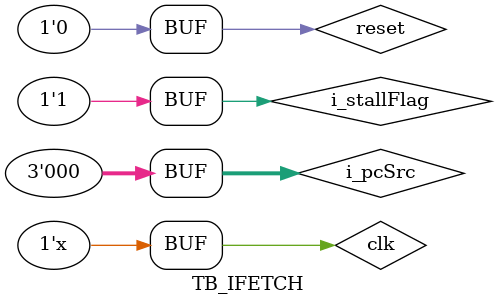
<source format=v>
`timescale 1ns / 1ps



`define LEN 32

module TB_IFETCH(

    );
	
	reg clk;
	reg reset;
	//reg in_pc_enable;
	reg [2:0] i_pcSrc;
	reg i_stallFlag;
	//reg [`LEN-1:0] i_pcBranch;
	//wire [`LEN-1:0] o_pcBranch;
	wire [`LEN-1:0] o_PC;
	wire [`LEN-1:0] o_instruction;
	
	IFETCH #(
		.len(`LEN)	
		)
		IFETCH (
			.clk(clk),
			.reset(reset),
			.i_pcSrc(i_pcSrc),
			//.i_pcBranch(i_pcBranch),
			//.o_pcBranch(o_pcBranch),
			.i_stallFlag (i_stallFlag),
			.o_instruction(o_instruction),
			.o_PC(o_PC)
		);

	initial
	begin
		clk = 0;
		reset = 1;
		#15
		reset = 0;
		i_stallFlag = 1'b1;
		i_pcSrc = 3'b000;
	end

	always 
		#5 clk = ~clk;


endmodule
</source>
